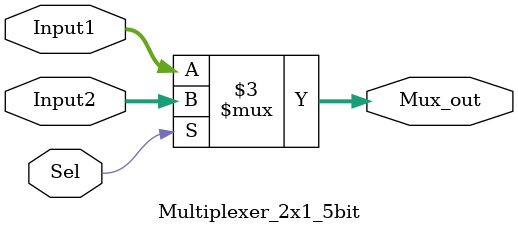
<source format=v>
module Multiplexer_2x1_32bit(Input1,Input2,Sel,Mux_out);
input[31:0]Input1,Input2;
input Sel;
output reg [31:0]Mux_out;
always@(Input1 or Input2 or Sel)
begin 
if(Sel)
Mux_out<=Input2;
else
Mux_out<= Input1;
end
endmodule

module Multiplexer_2x1_9bit(Input1,Input2,Sel,Mux_out);
input[8:0]Input1,Input2;
input Sel;
output reg [8:0]Mux_out;
always@(Input1 or Input2 or Sel)
begin 
if(Sel)
Mux_out<=Input2;
else
Mux_out<= Input1;
end
endmodule
module Multiplexer_2x1_5bit(Input1,Input2,Sel,Mux_out);
input[4:0]Input1,Input2;
input Sel;
output reg [4:0]Mux_out;
always@(Input1 or Input2 or Sel)
begin 
if(Sel)
Mux_out<=Input2;
else
Mux_out<= Input1;
end
endmodule
</source>
